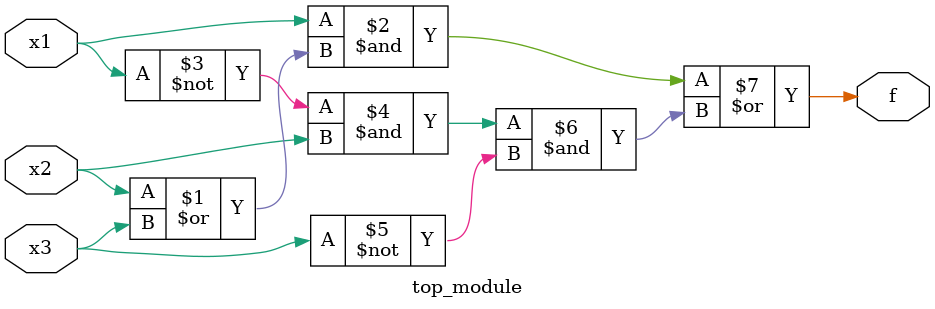
<source format=v>
module top_module( 
    input x3,
    input x2,
    input x1,  // three inputs
    output f   // one output
);
    assign f = x1&(x2|x3)|(~x1&x2&~x3);
endmodule
</source>
